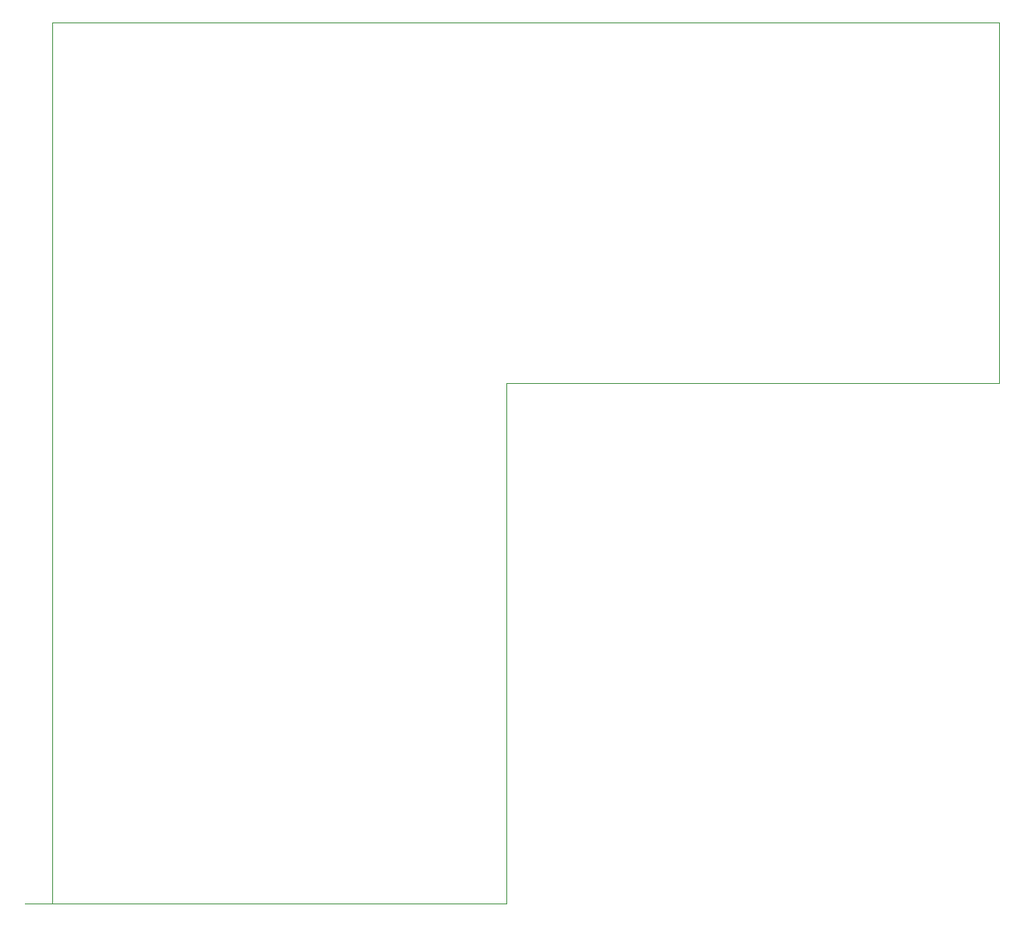
<source format=gm1>
G04 #@! TF.GenerationSoftware,KiCad,Pcbnew,(6.0.10)*
G04 #@! TF.CreationDate,2023-02-06T13:43:25-03:00*
G04 #@! TF.ProjectId,PowerSupply_HW,506f7765-7253-4757-9070-6c795f48572e,rev?*
G04 #@! TF.SameCoordinates,Original*
G04 #@! TF.FileFunction,Profile,NP*
%FSLAX46Y46*%
G04 Gerber Fmt 4.6, Leading zero omitted, Abs format (unit mm)*
G04 Created by KiCad (PCBNEW (6.0.10)) date 2023-02-06 13:43:25*
%MOMM*%
%LPD*%
G01*
G04 APERTURE LIST*
G04 #@! TA.AperFunction,Profile*
%ADD10C,0.100000*%
G04 #@! TD*
G04 APERTURE END LIST*
D10*
X55659300Y-129119400D02*
X55659300Y-36260000D01*
X55659300Y-36260000D02*
X155420000Y-36260000D01*
X155420000Y-36260000D02*
X155420000Y-74300000D01*
X155420000Y-74300000D02*
X103480000Y-74300000D01*
X103480000Y-74300000D02*
X103480000Y-129133600D01*
X103454200Y-129108200D02*
X52774200Y-129108200D01*
M02*

</source>
